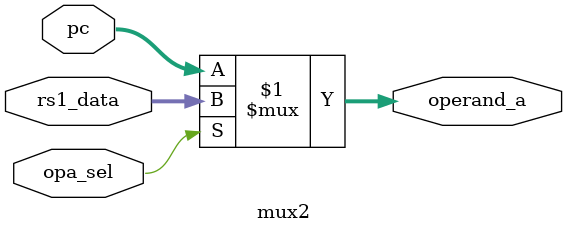
<source format=sv>

module mux2(                                       /*----------------Already Checked-----------------*/
	input logic  [31:0] pc,
	input logic  [31:0] rs1_data,
	input logic         opa_sel,
	output logic [31:0] operand_a  
);
	assign operand_a = opa_sel ? rs1_data : pc;
endmodule

</source>
